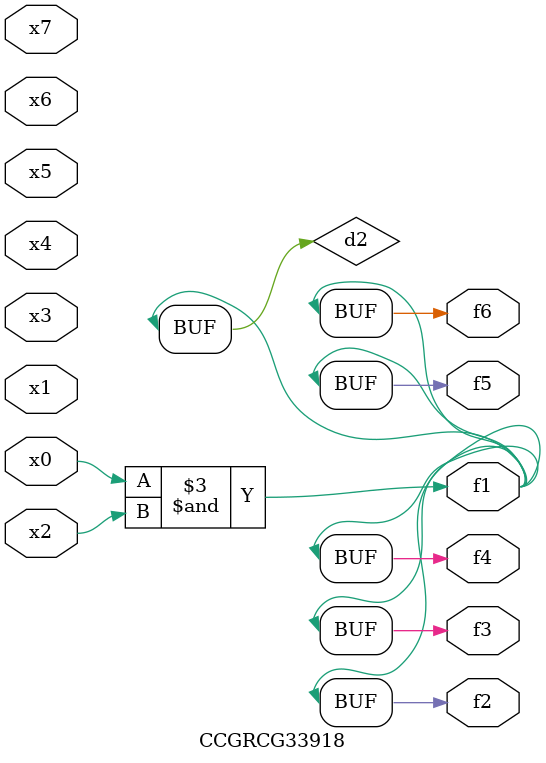
<source format=v>
module CCGRCG33918(
	input x0, x1, x2, x3, x4, x5, x6, x7,
	output f1, f2, f3, f4, f5, f6
);

	wire d1, d2;

	nor (d1, x3, x6);
	and (d2, x0, x2);
	assign f1 = d2;
	assign f2 = d2;
	assign f3 = d2;
	assign f4 = d2;
	assign f5 = d2;
	assign f6 = d2;
endmodule

</source>
